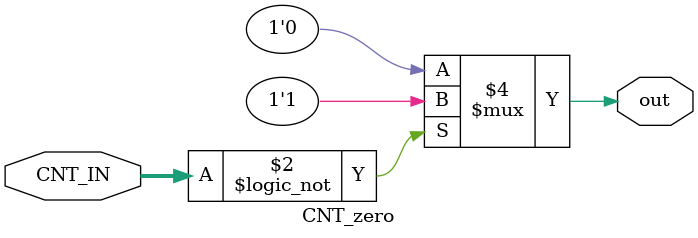
<source format=v>
`timescale 1ns / 1ps

module CNT_zero(    input [2:0] CNT_IN,
                    output reg out );

always @ (*)
begin
    if ( CNT_IN == 0 )
        out = 1;
    else
        out = 0;

end
endmodule

</source>
